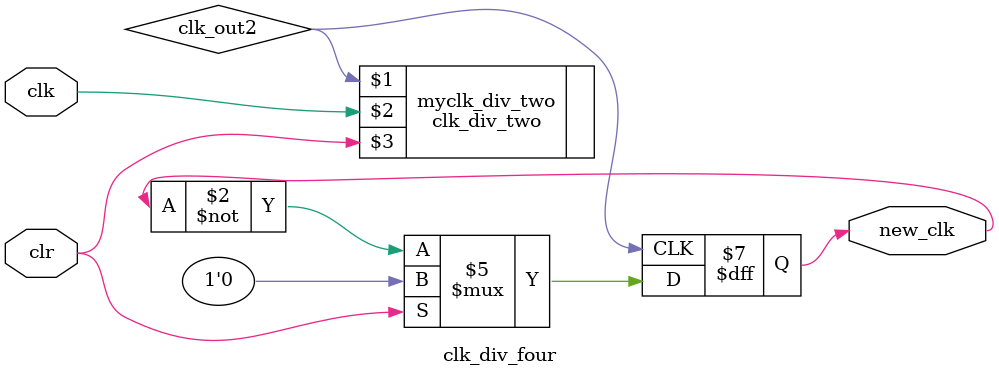
<source format=v>
module clk_div_four(new_clk, clk, clr);
    //Inputs
   input clk, clr;
   
   //Internal wire
   wire clr;

   //Output
   output new_clk;
   
   //Register
   reg new_clk;
	wire clk_out2;
	clk_div_two myclk_div_two(clk_out2,clk, clr);
	  
   //Intialize new_clk to 0
   initial
   begin
       new_clk = 1'b0;
   end

   //Set value of new_clk on positive edge of the clock or clear
   always @(posedge clk_out2) begin
       //If clear is high, set new_clk to 0
       if (clr) begin
           new_clk <= 1'b0;
       //If enable is high, set new_clk to the value of d
       end else begin
           new_clk <= ~new_clk;
       end
   end

endmodule

</source>
